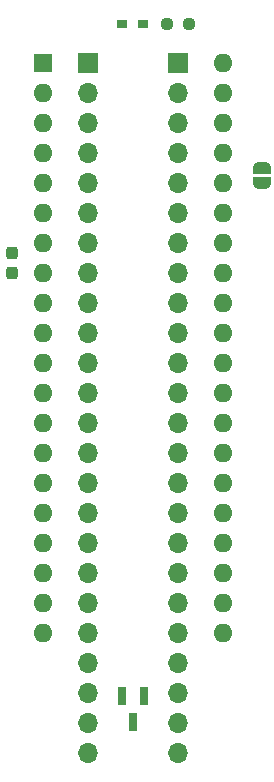
<source format=gbr>
G04 #@! TF.GenerationSoftware,KiCad,Pcbnew,8.0.4+dfsg-1*
G04 #@! TF.CreationDate,2025-02-23T14:42:38+09:00*
G04 #@! TF.ProjectId,bionic-mc6802,62696f6e-6963-42d6-9d63-363830322e6b,5*
G04 #@! TF.SameCoordinates,Original*
G04 #@! TF.FileFunction,Soldermask,Top*
G04 #@! TF.FilePolarity,Negative*
%FSLAX46Y46*%
G04 Gerber Fmt 4.6, Leading zero omitted, Abs format (unit mm)*
G04 Created by KiCad (PCBNEW 8.0.4+dfsg-1) date 2025-02-23 14:42:38*
%MOMM*%
%LPD*%
G01*
G04 APERTURE LIST*
G04 Aperture macros list*
%AMRoundRect*
0 Rectangle with rounded corners*
0 $1 Rounding radius*
0 $2 $3 $4 $5 $6 $7 $8 $9 X,Y pos of 4 corners*
0 Add a 4 corners polygon primitive as box body*
4,1,4,$2,$3,$4,$5,$6,$7,$8,$9,$2,$3,0*
0 Add four circle primitives for the rounded corners*
1,1,$1+$1,$2,$3*
1,1,$1+$1,$4,$5*
1,1,$1+$1,$6,$7*
1,1,$1+$1,$8,$9*
0 Add four rect primitives between the rounded corners*
20,1,$1+$1,$2,$3,$4,$5,0*
20,1,$1+$1,$4,$5,$6,$7,0*
20,1,$1+$1,$6,$7,$8,$9,0*
20,1,$1+$1,$8,$9,$2,$3,0*%
%AMFreePoly0*
4,1,19,0.500000,-0.750000,0.000000,-0.750000,0.000000,-0.744911,-0.071157,-0.744911,-0.207708,-0.704816,-0.327430,-0.627875,-0.420627,-0.520320,-0.479746,-0.390866,-0.500000,-0.250000,-0.500000,0.250000,-0.479746,0.390866,-0.420627,0.520320,-0.327430,0.627875,-0.207708,0.704816,-0.071157,0.744911,0.000000,0.744911,0.000000,0.750000,0.500000,0.750000,0.500000,-0.750000,0.500000,-0.750000,
$1*%
%AMFreePoly1*
4,1,19,0.000000,0.744911,0.071157,0.744911,0.207708,0.704816,0.327430,0.627875,0.420627,0.520320,0.479746,0.390866,0.500000,0.250000,0.500000,-0.250000,0.479746,-0.390866,0.420627,-0.520320,0.327430,-0.627875,0.207708,-0.704816,0.071157,-0.744911,0.000000,-0.744911,0.000000,-0.750000,-0.500000,-0.750000,-0.500000,0.750000,0.000000,0.750000,0.000000,0.744911,0.000000,0.744911,
$1*%
G04 Aperture macros list end*
%ADD10R,0.660400X1.625600*%
%ADD11R,1.600000X1.600000*%
%ADD12O,1.600000X1.600000*%
%ADD13FreePoly0,90.000000*%
%ADD14FreePoly1,90.000000*%
%ADD15O,1.700000X1.700000*%
%ADD16R,1.700000X1.700000*%
%ADD17R,0.965200X0.762000*%
%ADD18RoundRect,0.237500X0.237500X-0.300000X0.237500X0.300000X-0.237500X0.300000X-0.237500X-0.300000X0*%
%ADD19RoundRect,0.237500X-0.250000X-0.237500X0.250000X-0.237500X0.250000X0.237500X-0.250000X0.237500X0*%
G04 APERTURE END LIST*
D10*
X114650001Y-128674000D03*
X112749999Y-128674000D03*
X113700000Y-130806000D03*
D11*
X106080000Y-75080000D03*
D12*
X106080000Y-77620000D03*
X106080000Y-80160000D03*
X106080000Y-82700000D03*
X106080000Y-85240000D03*
X106080000Y-87780000D03*
X106080000Y-90320000D03*
X106080000Y-92860000D03*
X106080000Y-95400000D03*
X106080000Y-97940000D03*
X106080000Y-100480000D03*
X106080000Y-103020000D03*
X106080000Y-105560000D03*
X106080000Y-108100000D03*
X106080000Y-110640000D03*
X106080000Y-113180000D03*
X106080000Y-115720000D03*
X106080000Y-118260000D03*
X106080000Y-120800000D03*
X106080000Y-123340000D03*
X121320000Y-123340000D03*
X121320000Y-120800000D03*
X121320000Y-118260000D03*
X121320000Y-115720000D03*
X121320000Y-113180000D03*
X121320000Y-110640000D03*
X121320000Y-108100000D03*
X121320000Y-105560000D03*
X121320000Y-103020000D03*
X121320000Y-100480000D03*
X121320000Y-97940000D03*
X121320000Y-95400000D03*
X121320000Y-92860000D03*
X121320000Y-90320000D03*
X121320000Y-87780000D03*
X121320000Y-85240000D03*
X121320000Y-82700000D03*
X121320000Y-80160000D03*
X121320000Y-77620000D03*
X121320000Y-75080000D03*
D13*
X124622000Y-85240000D03*
D14*
X124622000Y-83940000D03*
D15*
X117510000Y-133500000D03*
X117510000Y-130960000D03*
X117510000Y-128420000D03*
X117510000Y-125880000D03*
X117510000Y-123340000D03*
X117510000Y-120800000D03*
X117510000Y-118260000D03*
X117510000Y-115720000D03*
X117510000Y-113180000D03*
X117510000Y-110640000D03*
X117510000Y-108100000D03*
X117510000Y-105560000D03*
X117510000Y-103020000D03*
X117510000Y-100480000D03*
X117510000Y-97940000D03*
X117510000Y-95400000D03*
X117510000Y-92860000D03*
X117510000Y-90320000D03*
X117510000Y-87780000D03*
X117510000Y-85240000D03*
X117510000Y-82700000D03*
X117510000Y-80160000D03*
X117510000Y-77620000D03*
D16*
X117510000Y-75080000D03*
X109890000Y-75080000D03*
D15*
X109890000Y-77620000D03*
X109890000Y-80160000D03*
X109890000Y-82700000D03*
X109890000Y-85240000D03*
X109890000Y-87780000D03*
X109890000Y-90320000D03*
X109890000Y-92860000D03*
X109890000Y-95400000D03*
X109890000Y-97940000D03*
X109890000Y-100480000D03*
X109890000Y-103020000D03*
X109890000Y-105560000D03*
X109890000Y-108100000D03*
X109890000Y-110640000D03*
X109890000Y-113180000D03*
X109890000Y-115720000D03*
X109890000Y-118260000D03*
X109890000Y-120800000D03*
X109890000Y-123340000D03*
X109890000Y-125880000D03*
X109890000Y-128420000D03*
X109890000Y-130960000D03*
X109890000Y-133500000D03*
D17*
X114576300Y-71778000D03*
X112823700Y-71778000D03*
D18*
X103489200Y-92860000D03*
X103489200Y-91135000D03*
D19*
X116597500Y-71778000D03*
X118422500Y-71778000D03*
M02*

</source>
